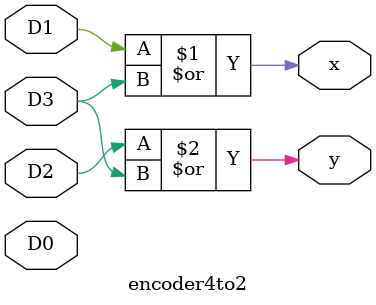
<source format=v>
module encoder4to2(x,y,D0,D1,D2,D3);
	output x,y;
	input D0,D1,D2,D3;
	or(x,D1,D3);
	or(y,D2,D3);
endmodule

</source>
